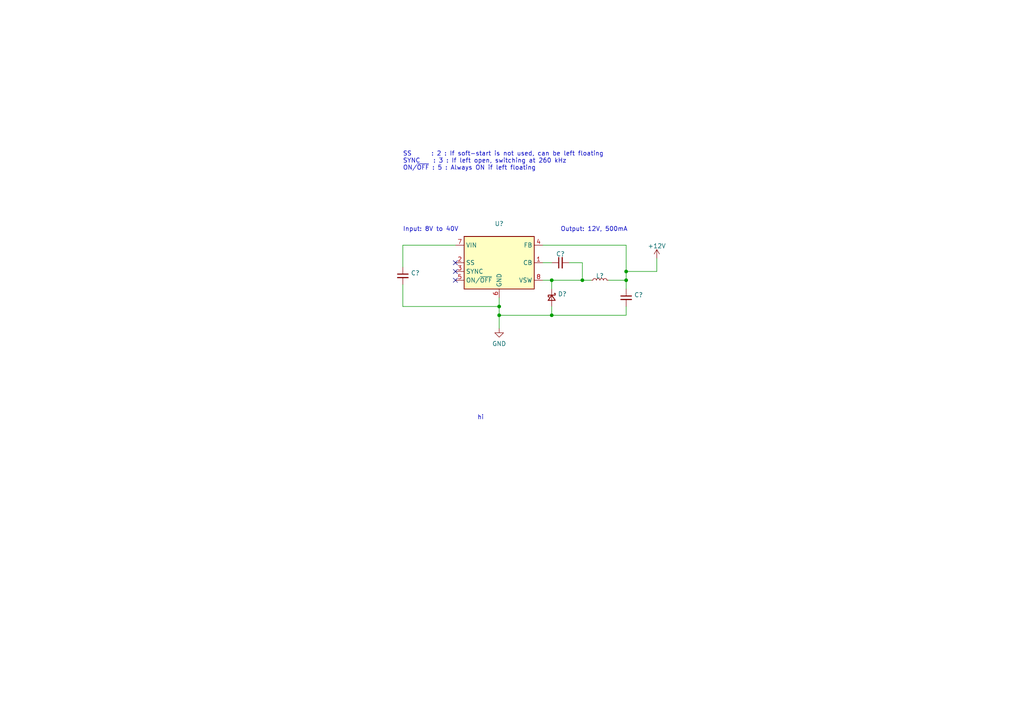
<source format=kicad_sch>
(kicad_sch (version 20211123) (generator eeschema)

  (uuid f1935540-6f21-4e44-9105-10b7b72e870f)

  (paper "A4")

  (lib_symbols
    (symbol "Device:C_Small" (pin_numbers hide) (pin_names (offset 0.254) hide) (in_bom yes) (on_board yes)
      (property "Reference" "C" (id 0) (at 0.254 1.778 0)
        (effects (font (size 1.27 1.27)) (justify left))
      )
      (property "Value" "C_Small" (id 1) (at 0.254 -2.032 0)
        (effects (font (size 1.27 1.27)) (justify left))
      )
      (property "Footprint" "" (id 2) (at 0 0 0)
        (effects (font (size 1.27 1.27)) hide)
      )
      (property "Datasheet" "~" (id 3) (at 0 0 0)
        (effects (font (size 1.27 1.27)) hide)
      )
      (property "ki_keywords" "capacitor cap" (id 4) (at 0 0 0)
        (effects (font (size 1.27 1.27)) hide)
      )
      (property "ki_description" "Unpolarized capacitor, small symbol" (id 5) (at 0 0 0)
        (effects (font (size 1.27 1.27)) hide)
      )
      (property "ki_fp_filters" "C_*" (id 6) (at 0 0 0)
        (effects (font (size 1.27 1.27)) hide)
      )
      (symbol "C_Small_0_1"
        (polyline
          (pts
            (xy -1.524 -0.508)
            (xy 1.524 -0.508)
          )
          (stroke (width 0.3302) (type default) (color 0 0 0 0))
          (fill (type none))
        )
        (polyline
          (pts
            (xy -1.524 0.508)
            (xy 1.524 0.508)
          )
          (stroke (width 0.3048) (type default) (color 0 0 0 0))
          (fill (type none))
        )
      )
      (symbol "C_Small_1_1"
        (pin passive line (at 0 2.54 270) (length 2.032)
          (name "~" (effects (font (size 1.27 1.27))))
          (number "1" (effects (font (size 1.27 1.27))))
        )
        (pin passive line (at 0 -2.54 90) (length 2.032)
          (name "~" (effects (font (size 1.27 1.27))))
          (number "2" (effects (font (size 1.27 1.27))))
        )
      )
    )
    (symbol "Device:D_Schottky_Small" (pin_numbers hide) (pin_names (offset 0.254) hide) (in_bom yes) (on_board yes)
      (property "Reference" "D" (id 0) (at -1.27 2.032 0)
        (effects (font (size 1.27 1.27)) (justify left))
      )
      (property "Value" "D_Schottky_Small" (id 1) (at -7.112 -2.032 0)
        (effects (font (size 1.27 1.27)) (justify left))
      )
      (property "Footprint" "" (id 2) (at 0 0 90)
        (effects (font (size 1.27 1.27)) hide)
      )
      (property "Datasheet" "~" (id 3) (at 0 0 90)
        (effects (font (size 1.27 1.27)) hide)
      )
      (property "ki_keywords" "diode Schottky" (id 4) (at 0 0 0)
        (effects (font (size 1.27 1.27)) hide)
      )
      (property "ki_description" "Schottky diode, small symbol" (id 5) (at 0 0 0)
        (effects (font (size 1.27 1.27)) hide)
      )
      (property "ki_fp_filters" "TO-???* *_Diode_* *SingleDiode* D_*" (id 6) (at 0 0 0)
        (effects (font (size 1.27 1.27)) hide)
      )
      (symbol "D_Schottky_Small_0_1"
        (polyline
          (pts
            (xy -0.762 0)
            (xy 0.762 0)
          )
          (stroke (width 0) (type default) (color 0 0 0 0))
          (fill (type none))
        )
        (polyline
          (pts
            (xy 0.762 -1.016)
            (xy -0.762 0)
            (xy 0.762 1.016)
            (xy 0.762 -1.016)
          )
          (stroke (width 0.254) (type default) (color 0 0 0 0))
          (fill (type none))
        )
        (polyline
          (pts
            (xy -1.27 0.762)
            (xy -1.27 1.016)
            (xy -0.762 1.016)
            (xy -0.762 -1.016)
            (xy -0.254 -1.016)
            (xy -0.254 -0.762)
          )
          (stroke (width 0.254) (type default) (color 0 0 0 0))
          (fill (type none))
        )
      )
      (symbol "D_Schottky_Small_1_1"
        (pin passive line (at -2.54 0 0) (length 1.778)
          (name "K" (effects (font (size 1.27 1.27))))
          (number "1" (effects (font (size 1.27 1.27))))
        )
        (pin passive line (at 2.54 0 180) (length 1.778)
          (name "A" (effects (font (size 1.27 1.27))))
          (number "2" (effects (font (size 1.27 1.27))))
        )
      )
    )
    (symbol "Device:L_Small" (pin_numbers hide) (pin_names (offset 0.254) hide) (in_bom yes) (on_board yes)
      (property "Reference" "L" (id 0) (at 0.762 1.016 0)
        (effects (font (size 1.27 1.27)) (justify left))
      )
      (property "Value" "L_Small" (id 1) (at 0.762 -1.016 0)
        (effects (font (size 1.27 1.27)) (justify left))
      )
      (property "Footprint" "" (id 2) (at 0 0 0)
        (effects (font (size 1.27 1.27)) hide)
      )
      (property "Datasheet" "~" (id 3) (at 0 0 0)
        (effects (font (size 1.27 1.27)) hide)
      )
      (property "ki_keywords" "inductor choke coil reactor magnetic" (id 4) (at 0 0 0)
        (effects (font (size 1.27 1.27)) hide)
      )
      (property "ki_description" "Inductor, small symbol" (id 5) (at 0 0 0)
        (effects (font (size 1.27 1.27)) hide)
      )
      (property "ki_fp_filters" "Choke_* *Coil* Inductor_* L_*" (id 6) (at 0 0 0)
        (effects (font (size 1.27 1.27)) hide)
      )
      (symbol "L_Small_0_1"
        (arc (start 0 -2.032) (mid 0.508 -1.524) (end 0 -1.016)
          (stroke (width 0) (type default) (color 0 0 0 0))
          (fill (type none))
        )
        (arc (start 0 -1.016) (mid 0.508 -0.508) (end 0 0)
          (stroke (width 0) (type default) (color 0 0 0 0))
          (fill (type none))
        )
        (arc (start 0 0) (mid 0.508 0.508) (end 0 1.016)
          (stroke (width 0) (type default) (color 0 0 0 0))
          (fill (type none))
        )
        (arc (start 0 1.016) (mid 0.508 1.524) (end 0 2.032)
          (stroke (width 0) (type default) (color 0 0 0 0))
          (fill (type none))
        )
      )
      (symbol "L_Small_1_1"
        (pin passive line (at 0 2.54 270) (length 0.508)
          (name "~" (effects (font (size 1.27 1.27))))
          (number "1" (effects (font (size 1.27 1.27))))
        )
        (pin passive line (at 0 -2.54 90) (length 0.508)
          (name "~" (effects (font (size 1.27 1.27))))
          (number "2" (effects (font (size 1.27 1.27))))
        )
      )
    )
    (symbol "power:+12V" (power) (pin_names (offset 0)) (in_bom yes) (on_board yes)
      (property "Reference" "#PWR" (id 0) (at 0 -3.81 0)
        (effects (font (size 1.27 1.27)) hide)
      )
      (property "Value" "+12V" (id 1) (at 0 3.556 0)
        (effects (font (size 1.27 1.27)))
      )
      (property "Footprint" "" (id 2) (at 0 0 0)
        (effects (font (size 1.27 1.27)) hide)
      )
      (property "Datasheet" "" (id 3) (at 0 0 0)
        (effects (font (size 1.27 1.27)) hide)
      )
      (property "ki_keywords" "power-flag" (id 4) (at 0 0 0)
        (effects (font (size 1.27 1.27)) hide)
      )
      (property "ki_description" "Power symbol creates a global label with name \"+12V\"" (id 5) (at 0 0 0)
        (effects (font (size 1.27 1.27)) hide)
      )
      (symbol "+12V_0_1"
        (polyline
          (pts
            (xy -0.762 1.27)
            (xy 0 2.54)
          )
          (stroke (width 0) (type default) (color 0 0 0 0))
          (fill (type none))
        )
        (polyline
          (pts
            (xy 0 0)
            (xy 0 2.54)
          )
          (stroke (width 0) (type default) (color 0 0 0 0))
          (fill (type none))
        )
        (polyline
          (pts
            (xy 0 2.54)
            (xy 0.762 1.27)
          )
          (stroke (width 0) (type default) (color 0 0 0 0))
          (fill (type none))
        )
      )
      (symbol "+12V_1_1"
        (pin power_in line (at 0 0 90) (length 0) hide
          (name "+12V" (effects (font (size 1.27 1.27))))
          (number "1" (effects (font (size 1.27 1.27))))
        )
      )
    )
    (symbol "power:GND" (power) (pin_names (offset 0)) (in_bom yes) (on_board yes)
      (property "Reference" "#PWR" (id 0) (at 0 -6.35 0)
        (effects (font (size 1.27 1.27)) hide)
      )
      (property "Value" "GND" (id 1) (at 0 -3.81 0)
        (effects (font (size 1.27 1.27)))
      )
      (property "Footprint" "" (id 2) (at 0 0 0)
        (effects (font (size 1.27 1.27)) hide)
      )
      (property "Datasheet" "" (id 3) (at 0 0 0)
        (effects (font (size 1.27 1.27)) hide)
      )
      (property "ki_keywords" "power-flag" (id 4) (at 0 0 0)
        (effects (font (size 1.27 1.27)) hide)
      )
      (property "ki_description" "Power symbol creates a global label with name \"GND\" , ground" (id 5) (at 0 0 0)
        (effects (font (size 1.27 1.27)) hide)
      )
      (symbol "GND_0_1"
        (polyline
          (pts
            (xy 0 0)
            (xy 0 -1.27)
            (xy 1.27 -1.27)
            (xy 0 -2.54)
            (xy -1.27 -1.27)
            (xy 0 -1.27)
          )
          (stroke (width 0) (type default) (color 0 0 0 0))
          (fill (type none))
        )
      )
      (symbol "GND_1_1"
        (pin power_in line (at 0 0 270) (length 0) hide
          (name "GND" (effects (font (size 1.27 1.27))))
          (number "1" (effects (font (size 1.27 1.27))))
        )
      )
    )
    (symbol "ym_Regulator-Switching:LM2671M-12" (in_bom yes) (on_board yes)
      (property "Reference" "U" (id 0) (at -8.89 8.89 0)
        (effects (font (size 1.27 1.27)))
      )
      (property "Value" "LM2671M-12" (id 1) (at 6.35 8.89 0)
        (effects (font (size 1.27 1.27)))
      )
      (property "Footprint" "Package_SO:SOIC-8_3.9x4.9mm_P1.27mm" (id 2) (at 21.59 -8.89 0)
        (effects (font (size 1.27 1.27)) hide)
      )
      (property "Datasheet" "https://www.ti.com/lit/ds/symlink/lm2671.pdf" (id 3) (at 0 0 0)
        (effects (font (size 1.27 1.27)) hide)
      )
      (property "ki_keywords" "Step-Down Voltage Regulator 12V 500mA" (id 4) (at 0 0 0)
        (effects (font (size 1.27 1.27)) hide)
      )
      (property "ki_description" "12, 500mA Step-Down Voltage Regulator, DIP-8" (id 5) (at 0 0 0)
        (effects (font (size 1.27 1.27)) hide)
      )
      (symbol "LM2671M-12_0_1"
        (rectangle (start -10.16 7.62) (end 10.16 -7.62)
          (stroke (width 0.254) (type default) (color 0 0 0 0))
          (fill (type background))
        )
      )
      (symbol "LM2671M-12_1_1"
        (pin input line (at 12.7 0 180) (length 2.54)
          (name "CB" (effects (font (size 1.27 1.27))))
          (number "1" (effects (font (size 1.27 1.27))))
        )
        (pin input line (at -12.7 0 0) (length 2.54)
          (name "SS" (effects (font (size 1.27 1.27))))
          (number "2" (effects (font (size 1.27 1.27))))
        )
        (pin input line (at -12.7 -2.54 0) (length 2.54)
          (name "SYNC" (effects (font (size 1.27 1.27))))
          (number "3" (effects (font (size 1.27 1.27))))
        )
        (pin input line (at 12.7 5.08 180) (length 2.54)
          (name "FB" (effects (font (size 1.27 1.27))))
          (number "4" (effects (font (size 1.27 1.27))))
        )
        (pin input line (at -12.7 -5.08 0) (length 2.54)
          (name "ON/~{OFF}" (effects (font (size 1.27 1.27))))
          (number "5" (effects (font (size 1.27 1.27))))
        )
        (pin power_in line (at 0 -10.16 90) (length 2.54)
          (name "GND" (effects (font (size 1.27 1.27))))
          (number "6" (effects (font (size 1.27 1.27))))
        )
        (pin power_in line (at -12.7 5.08 0) (length 2.54)
          (name "VIN" (effects (font (size 1.27 1.27))))
          (number "7" (effects (font (size 1.27 1.27))))
        )
        (pin output line (at 12.7 -5.08 180) (length 2.54)
          (name "VSW" (effects (font (size 1.27 1.27))))
          (number "8" (effects (font (size 1.27 1.27))))
        )
      )
    )
  )

  (junction (at 160.02 81.28) (diameter 0) (color 0 0 0 0)
    (uuid 17973482-8a7c-4a2d-a542-62fe36607bc0)
  )
  (junction (at 160.02 91.44) (diameter 0) (color 0 0 0 0)
    (uuid 3f193d23-724e-429d-a3fa-55b10a12e22a)
  )
  (junction (at 181.61 81.28) (diameter 0) (color 0 0 0 0)
    (uuid 7535700f-5f3e-4122-bae4-7d96dc055a34)
  )
  (junction (at 181.61 78.74) (diameter 0) (color 0 0 0 0)
    (uuid a4a3ed66-62cc-4725-9273-d65b94ee8624)
  )
  (junction (at 144.78 91.44) (diameter 0) (color 0 0 0 0)
    (uuid bec5b379-2fa3-48f7-bba6-320eadda78b3)
  )
  (junction (at 168.91 81.28) (diameter 0) (color 0 0 0 0)
    (uuid e58f0c8d-8e11-4053-9a8a-94ca7baffc2b)
  )
  (junction (at 144.78 88.9) (diameter 0) (color 0 0 0 0)
    (uuid e5b9adba-5284-4972-a453-592d63f4d82b)
  )

  (no_connect (at 132.08 81.28) (uuid 288810da-b5a9-420d-9574-e05cb10e45d5))
  (no_connect (at 132.08 78.74) (uuid 288810da-b5a9-420d-9574-e05cb10e45d6))
  (no_connect (at 132.08 76.2) (uuid 288810da-b5a9-420d-9574-e05cb10e45d7))

  (wire (pts (xy 181.61 88.9) (xy 181.61 91.44))
    (stroke (width 0) (type default) (color 0 0 0 0))
    (uuid 03cd6a7e-7d80-40a0-bdcd-0efaaed205d7)
  )
  (wire (pts (xy 144.78 86.36) (xy 144.78 88.9))
    (stroke (width 0) (type default) (color 0 0 0 0))
    (uuid 0ca45fe1-7dc2-4476-841e-309a195dc5d5)
  )
  (wire (pts (xy 190.5 78.74) (xy 181.61 78.74))
    (stroke (width 0) (type default) (color 0 0 0 0))
    (uuid 2c374f42-f34b-486e-bc4f-6a1d45220ce0)
  )
  (wire (pts (xy 181.61 78.74) (xy 181.61 81.28))
    (stroke (width 0) (type default) (color 0 0 0 0))
    (uuid 36b9129e-46e6-4af3-8615-8feab4f8e43c)
  )
  (wire (pts (xy 160.02 81.28) (xy 160.02 83.82))
    (stroke (width 0) (type default) (color 0 0 0 0))
    (uuid 4954642c-c84f-4b6d-a217-0f8c2a6865f1)
  )
  (wire (pts (xy 168.91 81.28) (xy 160.02 81.28))
    (stroke (width 0) (type default) (color 0 0 0 0))
    (uuid 4ddb9a1c-ff6e-403f-8e60-237083e3858b)
  )
  (wire (pts (xy 190.5 74.93) (xy 190.5 78.74))
    (stroke (width 0) (type default) (color 0 0 0 0))
    (uuid 50c34eee-47ce-4269-bb08-48e498c2dce0)
  )
  (wire (pts (xy 144.78 91.44) (xy 144.78 95.25))
    (stroke (width 0) (type default) (color 0 0 0 0))
    (uuid 55f4c785-f5ce-4a90-b3c9-7ede3e10cecb)
  )
  (wire (pts (xy 132.08 71.12) (xy 116.84 71.12))
    (stroke (width 0) (type default) (color 0 0 0 0))
    (uuid 575d0725-d59d-4a96-b64d-20ba7c0c7e12)
  )
  (wire (pts (xy 157.48 71.12) (xy 181.61 71.12))
    (stroke (width 0) (type default) (color 0 0 0 0))
    (uuid 681e4326-4968-439a-8747-f99447988017)
  )
  (wire (pts (xy 160.02 81.28) (xy 157.48 81.28))
    (stroke (width 0) (type default) (color 0 0 0 0))
    (uuid 73628a30-1136-4663-a2f2-f566889c8403)
  )
  (wire (pts (xy 157.48 76.2) (xy 160.02 76.2))
    (stroke (width 0) (type default) (color 0 0 0 0))
    (uuid 79d4fd34-b261-41ff-b0a2-0fa59a2dea86)
  )
  (wire (pts (xy 176.53 81.28) (xy 181.61 81.28))
    (stroke (width 0) (type default) (color 0 0 0 0))
    (uuid 85e1c0d0-57a4-4f6f-baf7-2da3cccbc214)
  )
  (wire (pts (xy 181.61 91.44) (xy 160.02 91.44))
    (stroke (width 0) (type default) (color 0 0 0 0))
    (uuid 94872b8b-c783-4db7-9aef-fe44dbcd6fc9)
  )
  (wire (pts (xy 168.91 81.28) (xy 171.45 81.28))
    (stroke (width 0) (type default) (color 0 0 0 0))
    (uuid 9701d1d2-fff7-4214-b882-2fb877db6ce4)
  )
  (wire (pts (xy 144.78 88.9) (xy 144.78 91.44))
    (stroke (width 0) (type default) (color 0 0 0 0))
    (uuid a2b434f8-fd74-4cb2-a4a5-7f4f2a59f0af)
  )
  (wire (pts (xy 160.02 91.44) (xy 144.78 91.44))
    (stroke (width 0) (type default) (color 0 0 0 0))
    (uuid a562edab-98c9-4feb-b226-146b8914b332)
  )
  (wire (pts (xy 181.61 71.12) (xy 181.61 78.74))
    (stroke (width 0) (type default) (color 0 0 0 0))
    (uuid acacadb5-fa63-445c-b764-83a11f8e43d9)
  )
  (wire (pts (xy 116.84 82.55) (xy 116.84 88.9))
    (stroke (width 0) (type default) (color 0 0 0 0))
    (uuid b11c7220-c8d1-4a79-af63-98aeaee4ccce)
  )
  (wire (pts (xy 165.1 76.2) (xy 168.91 76.2))
    (stroke (width 0) (type default) (color 0 0 0 0))
    (uuid b381b7e2-d697-47d6-8847-e4cd65dc9ef1)
  )
  (wire (pts (xy 160.02 88.9) (xy 160.02 91.44))
    (stroke (width 0) (type default) (color 0 0 0 0))
    (uuid c72126f1-63c0-42be-a8ad-34d119c6f3ad)
  )
  (wire (pts (xy 181.61 81.28) (xy 181.61 83.82))
    (stroke (width 0) (type default) (color 0 0 0 0))
    (uuid cbd9cf9f-1ad5-4f5c-aabb-70c2e9538ee3)
  )
  (wire (pts (xy 116.84 88.9) (xy 144.78 88.9))
    (stroke (width 0) (type default) (color 0 0 0 0))
    (uuid cdb7c42c-20cb-4e20-833d-03ebdc5a4b35)
  )
  (wire (pts (xy 116.84 71.12) (xy 116.84 77.47))
    (stroke (width 0) (type default) (color 0 0 0 0))
    (uuid e76c0028-bc6f-4da3-bf54-d70dc76c0564)
  )
  (wire (pts (xy 168.91 76.2) (xy 168.91 81.28))
    (stroke (width 0) (type default) (color 0 0 0 0))
    (uuid f156e94e-26ce-4563-bf5a-ccf2aa391ff3)
  )

  (text "Input: 8V to 40V" (at 116.84 67.31 0)
    (effects (font (size 1.27 1.27)) (justify left bottom))
    (uuid 1416ff20-b75d-48b5-9643-86c028094475)
  )
  (text "hi" (at 138.43 121.92 0)
    (effects (font (size 1.27 1.27)) (justify left bottom))
    (uuid 4573d1a6-6c96-4601-a3c1-06ca345b8287)
  )
  (text "SS      : 2 : If soft-start is not used, can be left floating\nSYNC    : 3 : If left open, switching at 260 kHz\nON/~{OFF} : 5 : Always ON if left floating"
    (at 116.84 49.53 0)
    (effects (font (size 1.27 1.27)) (justify left bottom))
    (uuid 938b40c4-6e5b-4719-a5c9-61d672757e28)
  )
  (text "Output: 12V, 500mA" (at 162.56 67.31 0)
    (effects (font (size 1.27 1.27)) (justify left bottom))
    (uuid c2c64e4f-2495-409e-ba39-a6f22993a167)
  )

  (symbol (lib_id "Device:L_Small") (at 173.99 81.28 90) (unit 1)
    (in_bom yes) (on_board yes)
    (uuid 1a7280e0-6ba3-42f8-9077-10897d50c73f)
    (property "Reference" "L?" (id 0) (at 173.99 80.01 90))
    (property "Value" "" (id 1) (at 173.99 82.55 90))
    (property "Footprint" "" (id 2) (at 173.99 81.28 0)
      (effects (font (size 1.27 1.27)) hide)
    )
    (property "Datasheet" "~" (id 3) (at 173.99 81.28 0)
      (effects (font (size 1.27 1.27)) hide)
    )
    (pin "1" (uuid c62836b7-e316-40f4-97d4-06b04ace8738))
    (pin "2" (uuid e45ca906-a303-4574-9c6b-63fd579798c0))
  )

  (symbol (lib_id "Device:C_Small") (at 162.56 76.2 90) (unit 1)
    (in_bom yes) (on_board yes)
    (uuid 2ab45a77-428f-4184-9b16-3d7af80ac858)
    (property "Reference" "C?" (id 0) (at 162.56 73.66 90))
    (property "Value" "" (id 1) (at 162.56 78.74 90))
    (property "Footprint" "" (id 2) (at 162.56 76.2 0)
      (effects (font (size 1.27 1.27)) hide)
    )
    (property "Datasheet" "~" (id 3) (at 162.56 76.2 0)
      (effects (font (size 1.27 1.27)) hide)
    )
    (pin "1" (uuid c95ff4b4-0caa-4e2f-b4cd-b17860ac6f1b))
    (pin "2" (uuid 9cf305a8-3b3d-493c-97f0-f5890621a2b6))
  )

  (symbol (lib_id "Device:C_Small") (at 116.84 80.01 0) (unit 1)
    (in_bom yes) (on_board yes) (fields_autoplaced)
    (uuid 6dd2e96c-8c20-4ec1-9352-6be8eef9bdb8)
    (property "Reference" "C?" (id 0) (at 119.1641 79.1816 0)
      (effects (font (size 1.27 1.27)) (justify left))
    )
    (property "Value" "" (id 1) (at 119.1641 81.7185 0)
      (effects (font (size 1.27 1.27)) (justify left))
    )
    (property "Footprint" "" (id 2) (at 116.84 80.01 0)
      (effects (font (size 1.27 1.27)) hide)
    )
    (property "Datasheet" "~" (id 3) (at 116.84 80.01 0)
      (effects (font (size 1.27 1.27)) hide)
    )
    (pin "1" (uuid 3981de55-d060-48df-bb47-ab683a7a64f1))
    (pin "2" (uuid fa0b567e-84fd-40be-8c5a-5f0a30a0c9fd))
  )

  (symbol (lib_id "power:+12V") (at 190.5 74.93 0) (unit 1)
    (in_bom yes) (on_board yes) (fields_autoplaced)
    (uuid 933a413f-1600-4a23-b791-28d8185d195b)
    (property "Reference" "#PWR?" (id 0) (at 190.5 78.74 0)
      (effects (font (size 1.27 1.27)) hide)
    )
    (property "Value" "" (id 1) (at 190.5 71.3542 0))
    (property "Footprint" "" (id 2) (at 190.5 74.93 0)
      (effects (font (size 1.27 1.27)) hide)
    )
    (property "Datasheet" "" (id 3) (at 190.5 74.93 0)
      (effects (font (size 1.27 1.27)) hide)
    )
    (pin "1" (uuid 9d29be32-904e-4b37-87d5-d714ec8824b1))
  )

  (symbol (lib_id "power:GND") (at 144.78 95.25 0) (unit 1)
    (in_bom yes) (on_board yes) (fields_autoplaced)
    (uuid bdb36f11-335d-4abc-8e77-b990b4e99914)
    (property "Reference" "#PWR?" (id 0) (at 144.78 101.6 0)
      (effects (font (size 1.27 1.27)) hide)
    )
    (property "Value" "" (id 1) (at 144.78 99.6934 0))
    (property "Footprint" "" (id 2) (at 144.78 95.25 0)
      (effects (font (size 1.27 1.27)) hide)
    )
    (property "Datasheet" "" (id 3) (at 144.78 95.25 0)
      (effects (font (size 1.27 1.27)) hide)
    )
    (pin "1" (uuid cc992370-b33a-49a9-bd95-b8f796639c50))
  )

  (symbol (lib_id "ym_Regulator-Switching:LM2671M-12") (at 144.78 76.2 0) (unit 1)
    (in_bom yes) (on_board yes) (fields_autoplaced)
    (uuid d647fcf0-b53f-44ae-8e24-2892550d19a6)
    (property "Reference" "U?" (id 0) (at 144.78 64.8802 0))
    (property "Value" "" (id 1) (at 144.78 67.4171 0))
    (property "Footprint" "" (id 2) (at 166.37 85.09 0)
      (effects (font (size 1.27 1.27)) hide)
    )
    (property "Datasheet" "https://www.ti.com/lit/ds/symlink/lm2671.pdf" (id 3) (at 144.78 76.2 0)
      (effects (font (size 1.27 1.27)) hide)
    )
    (pin "1" (uuid 83f1349e-766c-4406-aee1-4a6070033307))
    (pin "2" (uuid dc82a902-854a-4f3f-a7c1-0021816dfcd5))
    (pin "3" (uuid a87fa6fe-5df4-40a0-8c43-bdac225636d0))
    (pin "4" (uuid 44cf85cb-ed0d-4e41-be63-66bea115cea4))
    (pin "5" (uuid 19adc45c-ed71-4e79-82de-745a710ad9b9))
    (pin "6" (uuid 93351ade-179d-4fc0-a144-e6a0bbc484ab))
    (pin "7" (uuid f02d12ac-f58d-441d-aacb-2c7b52ab8fe3))
    (pin "8" (uuid 1d0072b0-0f1d-45f3-a948-ef635218b430))
  )

  (symbol (lib_id "Device:C_Small") (at 181.61 86.36 0) (unit 1)
    (in_bom yes) (on_board yes) (fields_autoplaced)
    (uuid db382a48-4d86-4795-9bcf-a6da200cbb25)
    (property "Reference" "C?" (id 0) (at 183.9341 85.5316 0)
      (effects (font (size 1.27 1.27)) (justify left))
    )
    (property "Value" "" (id 1) (at 183.9341 88.0685 0)
      (effects (font (size 1.27 1.27)) (justify left))
    )
    (property "Footprint" "" (id 2) (at 181.61 86.36 0)
      (effects (font (size 1.27 1.27)) hide)
    )
    (property "Datasheet" "~" (id 3) (at 181.61 86.36 0)
      (effects (font (size 1.27 1.27)) hide)
    )
    (pin "1" (uuid d30545ad-56a6-4010-ab5b-ed2964e2f97d))
    (pin "2" (uuid 84552516-b6b4-46fe-9e5a-89ab644abb14))
  )

  (symbol (lib_id "Device:D_Schottky_Small") (at 160.02 86.36 270) (unit 1)
    (in_bom yes) (on_board yes) (fields_autoplaced)
    (uuid eceefc3d-c609-4049-9a71-d75668f099d1)
    (property "Reference" "D?" (id 0) (at 161.798 85.2713 90)
      (effects (font (size 1.27 1.27)) (justify left))
    )
    (property "Value" "" (id 1) (at 161.798 87.8082 90)
      (effects (font (size 1.27 1.27)) (justify left))
    )
    (property "Footprint" "" (id 2) (at 160.02 86.36 90)
      (effects (font (size 1.27 1.27)) hide)
    )
    (property "Datasheet" "~" (id 3) (at 160.02 86.36 90)
      (effects (font (size 1.27 1.27)) hide)
    )
    (pin "1" (uuid 667045fa-cd0d-4747-a78a-8c144a235978))
    (pin "2" (uuid bb892c37-e565-4364-abd5-95f4079ad646))
  )
)

</source>
